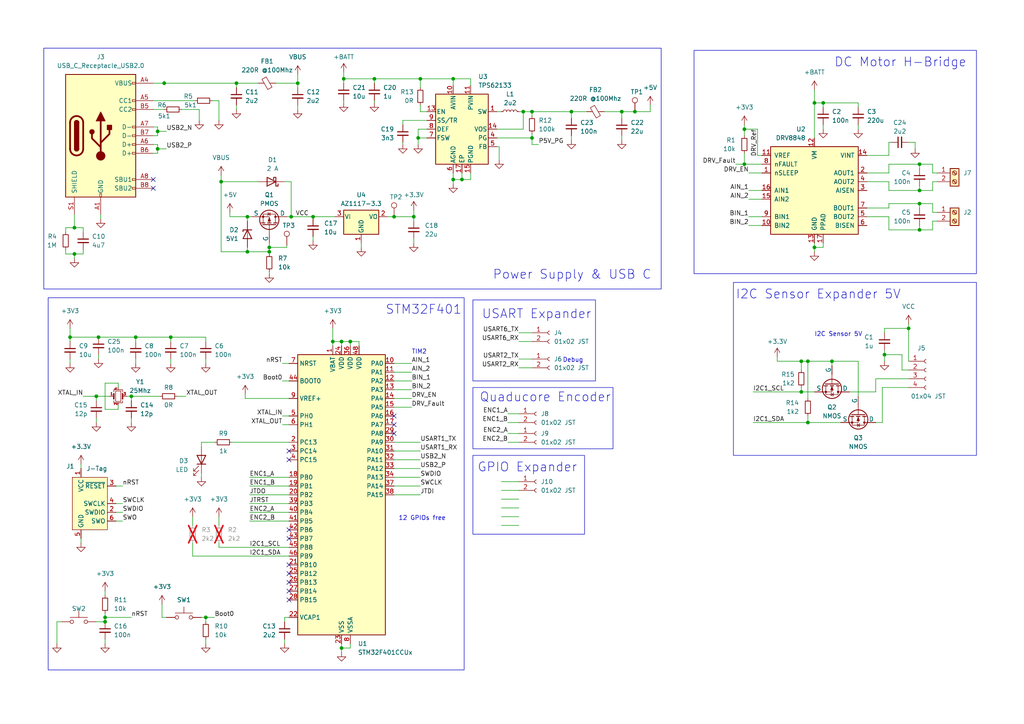
<source format=kicad_sch>
(kicad_sch (version 20230121) (generator eeschema)
  (paper "A4")
  (title_block (title "DC Motor Controller") (date "2023-11-06") (rev "0.1") (company "WROBOTICS"))
  (junction (at 71.755 73.025))
  (junction (at 133.985 52.07))
  (junction (at 256.54 102.87))
  (junction (at 266.7 55.245))
  (junction (at 39.37 97.79))
  (junction (at 263.525 95.25))
  (junction (at 47.625 24.13))
  (junction (at 131.445 22.86))
  (junction (at 45.72 38.1))
  (junction (at 215.9 47.625))
  (junction (at 236.22 71.755))
  (junction (at 78.105 71.755))
  (junction (at 99.695 22.86))
  (junction (at 71.755 62.865))
  (junction (at 234.315 104.775))
  (junction (at 266.7 59.055))
  (junction (at 238.76 29.845))
  (junction (at 236.22 29.845))
  (junction (at 101.6 99.06))
  (junction (at 131.445 52.07))
  (junction (at 96.52 99.06))
  (junction (at 99.06 187.96))
  (junction (at 241.3 104.775))
  (junction (at 30.48 179.07))
  (junction (at 232.41 113.665))
  (junction (at 99.06 99.06))
  (junction (at 90.805 62.865))
  (junction (at 86.36 24.13))
  (junction (at 28.575 97.79))
  (junction (at 78.105 73.025))
  (junction (at 180.34 32.385))
  (junction (at 45.72 43.18))
  (junction (at 84.455 62.865))
  (junction (at 114.3 62.865))
  (junction (at 232.41 104.775))
  (junction (at 20.32 97.79))
  (junction (at 49.53 97.79))
  (junction (at 68.58 24.13))
  (junction (at 121.92 22.86))
  (junction (at 234.315 122.555))
  (junction (at 266.7 47.625))
  (junction (at 27.94 114.935))
  (junction (at 266.7 66.675))
  (junction (at 21.59 66.04))
  (junction (at 120.015 62.865))
  (junction (at 108.585 22.86))
  (junction (at 21.59 73.66))
  (junction (at 184.15 32.385))
  (junction (at 154.305 32.385))
  (junction (at 121.285 40.005))
  (junction (at 59.69 179.07))
  (junction (at 215.9 37.465))
  (junction (at 165.735 32.385))
  (junction (at 38.1 114.935))
  (junction (at 64.135 52.705))
  (junction (at 154.305 40.005))
  (junction (at 30.48 180.34))
  (junction (at 151.765 32.385))
  (no_connect (at 83.82 171.45))
  (no_connect (at 83.82 153.67))
  (no_connect (at 83.82 156.21))
  (no_connect (at 83.82 130.81))
  (no_connect (at 83.82 168.91))
  (no_connect (at 44.45 54.61))
  (no_connect (at 83.82 163.83))
  (no_connect (at 83.82 166.37))
  (no_connect (at 44.45 52.07))
  (no_connect (at 83.82 133.35))
  (no_connect (at 114.3 123.19))
  (no_connect (at 83.82 173.99))
  (no_connect (at 114.3 125.73))
  (no_connect (at 114.3 120.65))
  (wire (pts (xy 68.58 30.48) (xy 68.58 31.75)))
  (wire (pts (xy 114.3 113.03) (xy 119.38 113.03)))
  (wire (pts (xy 114.3 110.49) (xy 119.38 110.49)))
  (wire (pts (xy 255.905 112.395) (xy 263.525 112.395)))
  (wire (pts (xy 188.595 32.385) (xy 184.15 32.385)))
  (wire (pts (xy 63.5 29.21) (xy 63.5 34.925)))
  (wire (pts (xy 99.06 99.06) (xy 101.6 99.06)))
  (wire (pts (xy 45.72 41.91) (xy 45.72 43.18)))
  (wire (pts (xy 104.775 70.485) (xy 104.775 71.755)))
  (wire (pts (xy 58.42 129.54) (xy 58.42 128.27)))
  (wire (pts (xy 255.905 122.555) (xy 255.905 112.395)))
  (wire (pts (xy 34.29 111.125) (xy 30.48 111.125)))
  (wire (pts (xy 49.53 97.79) (xy 49.53 99.06)))
  (wire (pts (xy 116.84 36.195) (xy 116.84 34.925)))
  (wire (pts (xy 20.32 104.14) (xy 20.32 105.41)))
  (wire (pts (xy 180.34 39.37) (xy 180.34 40.64)))
  (wire (pts (xy 101.6 99.06) (xy 101.6 100.33)))
  (wire (pts (xy 114.3 118.11) (xy 119.38 118.11)))
  (wire (pts (xy 51.435 114.935) (xy 53.975 114.935)))
  (wire (pts (xy 34.29 112.395) (xy 34.29 111.125)))
  (wire (pts (xy 86.36 30.48) (xy 86.36 31.75)))
  (wire (pts (xy 257.81 41.275) (xy 257.81 45.085)))
  (wire (pts (xy 82.55 180.34) (xy 82.55 179.07)))
  (wire (pts (xy 116.84 41.275) (xy 116.84 41.91)))
  (wire (pts (xy 270.51 55.245) (xy 270.51 52.705)))
  (wire (pts (xy 151.765 37.465) (xy 151.765 32.385)))
  (wire (pts (xy 175.26 32.385) (xy 180.34 32.385)))
  (wire (pts (xy 20.32 97.79) (xy 28.575 97.79)))
  (wire (pts (xy 131.445 52.07) (xy 131.445 53.34)))
  (wire (pts (xy 257.81 41.275) (xy 258.445 41.275)))
  (wire (pts (xy 44.45 29.21) (xy 56.515 29.21)))
  (wire (pts (xy 121.92 32.385) (xy 121.92 30.48)))
  (wire (pts (xy 90.805 62.865) (xy 97.155 62.865)))
  (wire (pts (xy 180.34 34.29) (xy 180.34 32.385)))
  (wire (pts (xy 71.755 62.865) (xy 71.755 64.135)))
  (wire (pts (xy 45.72 36.83) (xy 45.72 38.1)))
  (wire (pts (xy 136.525 24.765) (xy 136.525 22.86)))
  (wire (pts (xy 114.3 138.43) (xy 121.92 138.43)))
  (wire (pts (xy 44.45 31.75) (xy 47.625 31.75)))
  (wire (pts (xy 16.51 180.34) (xy 17.78 180.34)))
  (wire (pts (xy 238.76 36.195) (xy 238.76 37.465)))
  (wire (pts (xy 251.46 62.865) (xy 257.81 62.865)))
  (wire (pts (xy 23.495 134.62) (xy 23.495 135.89)))
  (wire (pts (xy 217.17 57.785) (xy 220.98 57.785)))
  (wire (pts (xy 213.36 47.625) (xy 215.9 47.625)))
  (wire (pts (xy 44.45 39.37) (xy 45.72 39.37)))
  (wire (pts (xy 58.42 137.16) (xy 58.42 138.43)))
  (wire (pts (xy 28.575 97.79) (xy 39.37 97.79)))
  (wire (pts (xy 133.985 50.165) (xy 133.985 52.07)))
  (wire (pts (xy 217.17 65.405) (xy 220.98 65.405)))
  (wire (pts (xy 150.495 96.52) (xy 154.305 96.52)))
  (wire (pts (xy 19.05 73.66) (xy 21.59 73.66)))
  (wire (pts (xy 30.48 171.45) (xy 30.48 172.72)))
  (wire (pts (xy 248.92 36.195) (xy 248.92 37.465)))
  (wire (pts (xy 257.81 66.675) (xy 266.7 66.675)))
  (wire (pts (xy 215.9 44.45) (xy 215.9 47.625)))
  (wire (pts (xy 114.3 62.865) (xy 120.015 62.865)))
  (wire (pts (xy 101.6 99.06) (xy 104.14 99.06)))
  (wire (pts (xy 144.145 37.465) (xy 151.765 37.465)))
  (wire (pts (xy 86.36 21.59) (xy 86.36 24.13)))
  (wire (pts (xy 154.305 41.91) (xy 156.21 41.91)))
  (wire (pts (xy 150.495 99.06) (xy 154.305 99.06)))
  (wire (pts (xy 44.45 41.91) (xy 45.72 41.91)))
  (wire (pts (xy 21.59 73.66) (xy 24.13 73.66)))
  (wire (pts (xy 81.915 120.65) (xy 83.82 120.65)))
  (wire (pts (xy 72.39 138.43) (xy 83.82 138.43)))
  (wire (pts (xy 78.105 73.025) (xy 71.755 73.025)))
  (wire (pts (xy 236.22 71.755) (xy 238.76 71.755)))
  (wire (pts (xy 99.06 187.96) (xy 99.06 189.23)))
  (wire (pts (xy 251.46 52.705) (xy 257.81 52.705)))
  (wire (pts (xy 154.305 32.385) (xy 154.305 33.655)))
  (wire (pts (xy 29.21 62.23) (xy 29.21 63.5)))
  (wire (pts (xy 131.445 22.86) (xy 131.445 24.765)))
  (wire (pts (xy 59.69 179.07) (xy 62.23 179.07)))
  (wire (pts (xy 64.135 50.8) (xy 64.135 52.705)))
  (wire (pts (xy 241.3 104.775) (xy 241.3 106.045)))
  (wire (pts (xy 257.81 59.055) (xy 257.81 60.325)))
  (wire (pts (xy 225.425 103.505) (xy 225.425 104.775)))
  (wire (pts (xy 246.38 113.665) (xy 254 113.665)))
  (wire (pts (xy 96.52 99.06) (xy 96.52 100.33)))
  (wire (pts (xy 144.145 40.005) (xy 154.305 40.005)))
  (wire (pts (xy 257.81 59.055) (xy 266.7 59.055)))
  (wire (pts (xy 188.595 30.48) (xy 188.595 32.385)))
  (wire (pts (xy 145.415 142.24) (xy 150.495 142.24)))
  (wire (pts (xy 270.51 66.675) (xy 270.51 64.135)))
  (wire (pts (xy 123.825 32.385) (xy 121.92 32.385)))
  (wire (pts (xy 150.495 106.68) (xy 154.305 106.68)))
  (wire (pts (xy 101.6 186.69) (xy 101.6 187.96)))
  (wire (pts (xy 30.48 185.42) (xy 30.48 186.69)))
  (wire (pts (xy 38.1 114.935) (xy 38.1 116.205)))
  (wire (pts (xy 257.81 55.245) (xy 266.7 55.245)))
  (wire (pts (xy 248.92 114.935) (xy 248.92 104.775)))
  (wire (pts (xy 72.39 146.05) (xy 83.82 146.05)))
  (wire (pts (xy 236.22 71.755) (xy 236.22 73.025)))
  (wire (pts (xy 121.92 22.86) (xy 121.92 25.4)))
  (wire (pts (xy 63.5 158.75) (xy 83.82 158.75)))
  (wire (pts (xy 266.7 55.245) (xy 270.51 55.245)))
  (wire (pts (xy 82.55 52.705) (xy 84.455 52.705)))
  (wire (pts (xy 81.915 105.41) (xy 83.82 105.41)))
  (wire (pts (xy 30.48 118.745) (xy 34.29 118.745)))
  (wire (pts (xy 20.32 99.06) (xy 20.32 97.79)))
  (wire (pts (xy 217.17 55.245) (xy 220.98 55.245)))
  (wire (pts (xy 154.305 40.005) (xy 154.305 38.735)))
  (wire (pts (xy 27.94 121.285) (xy 27.94 122.555)))
  (wire (pts (xy 23.495 156.21) (xy 23.495 157.48)))
  (wire (pts (xy 114.3 130.81) (xy 121.92 130.81)))
  (wire (pts (xy 33.655 146.05) (xy 35.56 146.05)))
  (wire (pts (xy 236.22 26.035) (xy 236.22 29.845)))
  (wire (pts (xy 78.105 71.755) (xy 78.105 73.025)))
  (wire (pts (xy 99.695 22.86) (xy 108.585 22.86)))
  (wire (pts (xy 99.06 100.33) (xy 99.06 99.06)))
  (wire (pts (xy 20.32 95.25) (xy 20.32 97.79)))
  (wire (pts (xy 84.455 62.865) (xy 90.805 62.865)))
  (wire (pts (xy 266.7 65.405) (xy 266.7 66.675)))
  (wire (pts (xy 147.32 120.015) (xy 150.495 120.015)))
  (wire (pts (xy 27.94 114.935) (xy 31.75 114.935)))
  (wire (pts (xy 257.81 50.165) (xy 257.81 47.625)))
  (wire (pts (xy 101.6 187.96) (xy 99.06 187.96)))
  (wire (pts (xy 99.695 20.955) (xy 99.695 22.86)))
  (wire (pts (xy 30.48 179.07) (xy 38.1 179.07)))
  (wire (pts (xy 120.015 60.96) (xy 120.015 62.865)))
  (wire (pts (xy 46.99 179.07) (xy 48.26 179.07)))
  (wire (pts (xy 71.12 114.3) (xy 71.12 115.57)))
  (wire (pts (xy 236.22 70.485) (xy 236.22 71.755)))
  (wire (pts (xy 144.145 42.545) (xy 144.78 42.545)))
  (wire (pts (xy 121.285 37.465) (xy 121.285 40.005)))
  (wire (pts (xy 150.495 149.86) (xy 145.415 149.86)))
  (wire (pts (xy 24.13 73.66) (xy 24.13 72.39)))
  (wire (pts (xy 83.185 62.865) (xy 84.455 62.865)))
  (wire (pts (xy 28.575 102.87) (xy 28.575 104.14)))
  (wire (pts (xy 131.445 52.07) (xy 133.985 52.07)))
  (wire (pts (xy 114.3 135.89) (xy 121.92 135.89)))
  (wire (pts (xy 21.59 62.23) (xy 21.59 66.04)))
  (wire (pts (xy 99.06 99.06) (xy 96.52 99.06)))
  (wire (pts (xy 136.525 52.07) (xy 136.525 50.165)))
  (wire (pts (xy 36.83 114.935) (xy 38.1 114.935)))
  (wire (pts (xy 165.735 34.29) (xy 165.735 32.385)))
  (wire (pts (xy 82.55 185.42) (xy 82.55 186.69)))
  (wire (pts (xy 108.585 22.86) (xy 108.585 24.13)))
  (wire (pts (xy 116.84 34.925) (xy 123.825 34.925)))
  (wire (pts (xy 114.3 115.57) (xy 119.38 115.57)))
  (wire (pts (xy 58.42 128.27) (xy 62.23 128.27)))
  (wire (pts (xy 30.48 111.125) (xy 30.48 118.745)))
  (wire (pts (xy 49.53 97.79) (xy 59.69 97.79)))
  (wire (pts (xy 64.135 52.705) (xy 64.135 73.025)))
  (wire (pts (xy 45.72 38.1) (xy 45.72 39.37)))
  (wire (pts (xy 78.105 78.74) (xy 78.105 79.375)))
  (wire (pts (xy 58.42 179.07) (xy 59.69 179.07)))
  (wire (pts (xy 256.54 102.87) (xy 256.54 104.775)))
  (wire (pts (xy 108.585 22.86) (xy 121.92 22.86)))
  (wire (pts (xy 33.655 148.59) (xy 35.56 148.59)))
  (wire (pts (xy 38.1 121.285) (xy 38.1 122.555)))
  (wire (pts (xy 45.72 38.1) (xy 48.26 38.1)))
  (wire (pts (xy 270.51 59.055) (xy 266.7 59.055)))
  (wire (pts (xy 61.595 29.21) (xy 63.5 29.21)))
  (wire (pts (xy 39.37 97.79) (xy 49.53 97.79)))
  (wire (pts (xy 21.59 73.66) (xy 21.59 74.93)))
  (wire (pts (xy 215.9 36.195) (xy 215.9 37.465)))
  (wire (pts (xy 24.13 114.935) (xy 27.94 114.935)))
  (wire (pts (xy 147.32 128.27) (xy 150.495 128.27)))
  (wire (pts (xy 81.915 123.19) (xy 83.82 123.19)))
  (wire (pts (xy 71.755 62.865) (xy 73.025 62.865)))
  (wire (pts (xy 21.59 66.04) (xy 24.13 66.04)))
  (wire (pts (xy 66.675 62.865) (xy 71.755 62.865)))
  (wire (pts (xy 44.45 36.83) (xy 45.72 36.83)))
  (wire (pts (xy 270.51 61.595) (xy 270.51 59.055)))
  (wire (pts (xy 84.455 52.705) (xy 84.455 62.865)))
  (wire (pts (xy 80.01 24.13) (xy 86.36 24.13)))
  (wire (pts (xy 270.51 50.165) (xy 271.78 50.165)))
  (wire (pts (xy 270.51 50.165) (xy 270.51 47.625)))
  (wire (pts (xy 45.72 43.18) (xy 48.26 43.18)))
  (wire (pts (xy 217.17 62.865) (xy 220.98 62.865)))
  (wire (pts (xy 27.94 114.935) (xy 27.94 116.205)))
  (wire (pts (xy 83.185 71.755) (xy 83.185 71.12)))
  (wire (pts (xy 49.53 104.14) (xy 49.53 105.41)))
  (wire (pts (xy 59.69 104.14) (xy 59.69 105.41)))
  (wire (pts (xy 236.22 29.845) (xy 236.22 40.005)))
  (wire (pts (xy 39.37 99.06) (xy 39.37 97.79)))
  (wire (pts (xy 16.51 180.34) (xy 16.51 186.69)))
  (wire (pts (xy 232.41 104.775) (xy 234.315 104.775)))
  (wire (pts (xy 150.495 32.385) (xy 151.765 32.385)))
  (wire (pts (xy 63.5 158.75) (xy 63.5 157.48)))
  (wire (pts (xy 90.805 68.58) (xy 90.805 69.85)))
  (wire (pts (xy 217.17 50.165) (xy 220.98 50.165)))
  (wire (pts (xy 45.72 43.18) (xy 45.72 44.45)))
  (wire (pts (xy 219.71 37.465) (xy 215.9 37.465)))
  (wire (pts (xy 38.1 114.935) (xy 46.355 114.935)))
  (wire (pts (xy 71.755 73.025) (xy 64.135 73.025)))
  (wire (pts (xy 219.71 45.085) (xy 220.98 45.085)))
  (wire (pts (xy 238.76 71.755) (xy 238.76 70.485)))
  (wire (pts (xy 24.13 66.04) (xy 24.13 67.31)))
  (wire (pts (xy 82.55 179.07) (xy 83.82 179.07)))
  (wire (pts (xy 144.78 42.545) (xy 144.78 46.355)))
  (wire (pts (xy 136.525 22.86) (xy 131.445 22.86)))
  (wire (pts (xy 225.425 104.775) (xy 232.41 104.775)))
  (wire (pts (xy 255.905 122.555) (xy 254 122.555)))
  (wire (pts (xy 263.525 93.98) (xy 263.525 95.25)))
  (wire (pts (xy 114.3 143.51) (xy 121.92 143.51)))
  (wire (pts (xy 165.735 32.385) (xy 170.18 32.385)))
  (wire (pts (xy 59.69 97.79) (xy 59.69 99.06)))
  (wire (pts (xy 68.58 24.13) (xy 47.625 24.13)))
  (wire (pts (xy 266.7 66.675) (xy 270.51 66.675)))
  (wire (pts (xy 154.305 41.91) (xy 154.305 40.005)))
  (wire (pts (xy 147.32 122.555) (xy 150.495 122.555)))
  (wire (pts (xy 154.305 32.385) (xy 165.735 32.385)))
  (wire (pts (xy 34.29 117.475) (xy 34.29 118.745)))
  (wire (pts (xy 270.51 52.705) (xy 271.78 52.705)))
  (wire (pts (xy 66.675 61.595) (xy 66.675 62.865)))
  (wire (pts (xy 270.51 47.625) (xy 266.7 47.625)))
  (wire (pts (xy 27.94 180.34) (xy 30.48 180.34)))
  (wire (pts (xy 232.41 112.395) (xy 232.41 113.665)))
  (wire (pts (xy 265.43 41.275) (xy 263.525 41.275)))
  (wire (pts (xy 112.395 62.865) (xy 114.3 62.865)))
  (wire (pts (xy 254 109.855) (xy 263.525 109.855)))
  (wire (pts (xy 254 109.855) (xy 254 113.665)))
  (wire (pts (xy 47.625 24.13) (xy 44.45 24.13)))
  (wire (pts (xy 30.48 177.8) (xy 30.48 179.07)))
  (wire (pts (xy 256.54 95.25) (xy 256.54 96.52)))
  (wire (pts (xy 72.39 143.51) (xy 83.82 143.51)))
  (wire (pts (xy 71.755 71.755) (xy 71.755 73.025)))
  (wire (pts (xy 123.825 37.465) (xy 121.285 37.465)))
  (wire (pts (xy 215.9 37.465) (xy 215.9 39.37)))
  (wire (pts (xy 150.495 104.14) (xy 154.305 104.14)))
  (wire (pts (xy 72.39 148.59) (xy 83.82 148.59)))
  (wire (pts (xy 47.625 23.495) (xy 47.625 24.13)))
  (wire (pts (xy 241.3 104.775) (xy 248.92 104.775)))
  (wire (pts (xy 147.32 125.73) (xy 150.495 125.73)))
  (wire (pts (xy 238.76 29.845) (xy 248.92 29.845)))
  (wire (pts (xy 39.37 104.14) (xy 39.37 105.41)))
  (wire (pts (xy 33.655 140.97) (xy 35.56 140.97)))
  (wire (pts (xy 83.82 110.49) (xy 81.915 110.49)))
  (wire (pts (xy 114.3 133.35) (xy 121.92 133.35)))
  (wire (pts (xy 257.81 52.705) (xy 257.81 55.245)))
  (wire (pts (xy 261.62 107.315) (xy 261.62 102.87)))
  (wire (pts (xy 121.92 22.86) (xy 131.445 22.86)))
  (wire (pts (xy 86.36 24.13) (xy 86.36 25.4)))
  (wire (pts (xy 121.285 40.005) (xy 123.825 40.005)))
  (wire (pts (xy 215.9 47.625) (xy 220.98 47.625)))
  (wire (pts (xy 59.69 185.42) (xy 59.69 186.69)))
  (wire (pts (xy 263.525 107.315) (xy 261.62 107.315)))
  (wire (pts (xy 108.585 29.845) (xy 108.585 29.21)))
  (wire (pts (xy 234.315 104.775) (xy 234.315 115.57)))
  (wire (pts (xy 99.06 186.69) (xy 99.06 187.96)))
  (wire (pts (xy 96.52 95.25) (xy 96.52 99.06)))
  (wire (pts (xy 261.62 102.87) (xy 256.54 102.87)))
  (wire (pts (xy 150.495 139.7) (xy 145.415 139.7)))
  (wire (pts (xy 257.81 47.625) (xy 266.7 47.625)))
  (wire (pts (xy 257.81 62.865) (xy 257.81 66.675)))
  (wire (pts (xy 251.46 50.165) (xy 257.81 50.165)))
  (wire (pts (xy 236.22 29.845) (xy 238.76 29.845)))
  (wire (pts (xy 114.3 107.95) (xy 119.38 107.95)))
  (wire (pts (xy 120.015 62.865) (xy 120.015 64.135)))
  (wire (pts (xy 151.765 32.385) (xy 154.305 32.385)))
  (wire (pts (xy 52.705 31.75) (xy 57.785 31.75)))
  (wire (pts (xy 67.31 128.27) (xy 83.82 128.27)))
  (wire (pts (xy 232.41 113.665) (xy 236.22 113.665)))
  (wire (pts (xy 45.72 44.45) (xy 44.45 44.45)))
  (wire (pts (xy 19.05 67.31) (xy 19.05 66.04)))
  (wire (pts (xy 55.88 161.29) (xy 83.82 161.29)))
  (wire (pts (xy 71.12 115.57) (xy 83.82 115.57)))
  (wire (pts (xy 114.3 128.27) (xy 121.92 128.27)))
  (wire (pts (xy 72.39 140.97) (xy 83.82 140.97)))
  (wire (pts (xy 238.76 29.845) (xy 238.76 31.115)))
  (wire (pts (xy 46.99 175.26) (xy 46.99 179.07)))
  (wire (pts (xy 99.695 24.13) (xy 99.695 22.86)))
  (wire (pts (xy 120.015 69.215) (xy 120.015 70.485)))
  (wire (pts (xy 165.735 39.37) (xy 165.735 40.64)))
  (wire (pts (xy 145.415 147.32) (xy 150.495 147.32)))
  (wire (pts (xy 248.92 31.115) (xy 248.92 29.845)))
  (wire (pts (xy 265.43 43.18) (xy 265.43 41.275)))
  (wire (pts (xy 256.54 101.6) (xy 256.54 102.87)))
  (wire (pts (xy 266.7 59.055) (xy 266.7 60.325)))
  (wire (pts (xy 78.105 73.66) (xy 78.105 73.025)))
  (wire (pts (xy 55.88 157.48) (xy 55.88 161.29)))
  (wire (pts (xy 131.445 50.165) (xy 131.445 52.07)))
  (wire (pts (xy 270.51 61.595) (xy 271.78 61.595)))
  (wire (pts (xy 266.7 53.975) (xy 266.7 55.245)))
  (wire (pts (xy 63.5 149.86) (xy 63.5 152.4)))
  (wire (pts (xy 114.3 140.97) (xy 121.92 140.97)))
  (wire (pts (xy 232.41 104.775) (xy 232.41 107.315)))
  (wire (pts (xy 257.81 45.085) (xy 251.46 45.085)))
  (wire (pts (xy 114.3 105.41) (xy 119.38 105.41)))
  (wire (pts (xy 219.71 37.465) (xy 219.71 45.085)))
  (wire (pts (xy 78.105 71.755) (xy 83.185 71.755)))
  (wire (pts (xy 144.145 32.385) (xy 145.415 32.385)))
  (wire (pts (xy 72.39 151.13) (xy 83.82 151.13)))
  (wire (pts (xy 33.655 151.13) (xy 35.56 151.13)))
  (wire (pts (xy 121.285 40.005) (xy 121.285 41.91)))
  (wire (pts (xy 19.05 72.39) (xy 19.05 73.66)))
  (wire (pts (xy 184.15 32.385) (xy 180.34 32.385)))
  (wire (pts (xy 234.315 120.65) (xy 234.315 122.555)))
  (wire (pts (xy 251.46 60.325) (xy 257.81 60.325)))
  (wire (pts (xy 78.105 70.485) (xy 78.105 71.755)))
  (wire (pts (xy 270.51 64.135) (xy 271.78 64.135)))
  (wire (pts (xy 234.315 104.775) (xy 241.3 104.775)))
  (wire (pts (xy 150.495 144.78) (xy 145.415 144.78)))
  (wire (pts (xy 57.785 31.75) (xy 57.785 34.925)))
  (wire (pts (xy 266.7 47.625) (xy 266.7 48.895)))
  (wire (pts (xy 218.44 113.665) (xy 232.41 113.665)))
  (wire (pts (xy 218.44 122.555) (xy 234.315 122.555)))
  (wire (pts (xy 256.54 95.25) (xy 263.525 95.25)))
  (wire (pts (xy 64.135 52.705) (xy 74.93 52.705)))
  (wire (pts (xy 263.525 95.25) (xy 263.525 104.775)))
  (wire (pts (xy 19.05 66.04) (xy 21.59 66.04)))
  (wire (pts (xy 59.69 179.07) (xy 59.69 180.34)))
  (wire (pts (xy 55.88 149.86) (xy 55.88 152.4)))
  (wire (pts (xy 30.48 179.07) (xy 30.48 180.34)))
  (wire (pts (xy 74.93 24.13) (xy 68.58 24.13)))
  (wire (pts (xy 133.985 52.07) (xy 136.525 52.07)))
  (wire (pts (xy 104.14 99.06) (xy 104.14 100.33)))
  (wire (pts (xy 90.805 62.865) (xy 90.805 63.5)))
  (wire (pts (xy 145.415 152.4) (xy 150.495 152.4)))
  (wire (pts (xy 68.58 24.13) (xy 68.58 25.4)))
  (wire (pts (xy 234.315 122.555) (xy 243.84 122.555)))
  (wire (pts (xy 99.695 29.845) (xy 99.695 29.21)))
  (rectangle (start 137.16 112.395) (end 177.8 130.175))
  (rectangle (start 12.7 13.97) (end 191.77 83.82))
  (rectangle (start 137.16 132.08) (end 169.545 154.94))
  (rectangle (start 201.295 14.605) (end 283.21 79.375))
  (rectangle (start 137.16 86.995) (end 172.72 110.49))
  (rectangle (start 13.97 86.36) (end 134.62 194.31))
  (rectangle (start 212.725 81.915) (end 283.21 132.08))
  (text "I2C Sensor Expander 5V" (at 213.36 86.995 0) (effects (font (size 2.6 2.6)) (justify left bottom)))
  (text "Quaducore Encoder" (at 139.065 116.84 0) (effects (font (size 2.6 2.6)) (justify left bottom)))
  (text "12 GPIOs free" (at 115.57 151.13 0) (effects (font (size 1.27 1.27)) (justify left bottom)))
  (text "USART Expander\n" (at 139.7 92.71 0) (effects (font (size 2.6 2.6)) (justify left bottom)))
  (text "Power Supply & USB C" (at 142.875 81.28 0) (effects (font (size 2.6 2.6)) (justify left bottom)))
  (text "TIM2" (at 119.38 102.87 0) (effects (font (size 1.27 1.27)) (justify left bottom)))
  (text "Debug\n\n" (at 163.195 107.315 0) (effects (font (size 1.27 1.27)) (justify left bottom)))
  (text "DC Motor H-Bridge" (at 241.935 19.685 0) (effects (font (size 2.6 2.6)) (justify left bottom)))
  (text "I2C Sensor 5V\n" (at 236.22 97.79 0) (effects (font (size 1.27 1.27)) (justify left bottom)))
  (text "STM32F401" (at 111.76 91.44 0) (effects (font (size 2.6 2.6)) (justify left bottom)))
  (text "GPIO Expander" (at 138.43 137.16 0) (effects (font (size 2.6 2.6)) (justify left bottom)))
  (label "JTDO" (at 72.39 143.51 0))
  (label "SWDIO" (at 35.56 148.59 0))
  (label "I2C1_SDA" (at 218.44 122.555 0))
  (label "nRST" (at 38.1 179.07 0))
  (label "ENC1_A" (at 72.39 138.43 0))
  (label "ENC2_A" (at 72.39 148.59 0))
  (label "VCC" (at 85.725 62.865 0))
  (label "AIN_2" (at 217.17 57.785 180))
  (label "DRV_EN" (at 119.38 115.57 0))
  (label "BIN_2" (at 217.17 65.405 180))
  (label "USART6_RX" (at 150.495 99.06 180))
  (label "USB2_P" (at 121.92 135.89 0))
  (label "XTAL_IN" (at 24.13 114.935 180))
  (label "ENC1_B" (at 72.39 140.97 0))
  (label "USB2_N" (at 121.92 133.35 0))
  (label "USART2_RX" (at 150.495 106.68 180))
  (label "DRV_EN" (at 217.17 50.165 180))
  (label "Boot0" (at 81.915 110.49 180))
  (label "ENC1_B" (at 147.32 122.555 180))
  (label "nRST" (at 81.915 105.41 180))
  (label "ENC2_B" (at 72.39 151.13 0))
  (label "BIN_1" (at 119.38 110.49 0))
  (label "SWDIO" (at 121.92 138.43 0))
  (label "BIN_1" (at 217.17 62.865 180))
  (label "XTAL_OUT" (at 81.915 123.19 180))
  (label "DRV_Ref" (at 219.71 37.465 270))
  (label "Boot0" (at 62.23 179.07 0))
  (label "ENC2_B" (at 147.32 128.27 180))
  (label "DRV_Fault" (at 119.38 118.11 0))
  (label "ENC1_A" (at 147.32 120.015 180))
  (label "DRV_Fault" (at 213.36 47.625 180))
  (label "I2C1_SDA" (at 72.39 161.29 0))
  (label "ENC2_A" (at 147.32 125.73 180))
  (label "USART2_TX" (at 150.495 104.14 180))
  (label "P5V_PG" (at 156.21 41.91 0))
  (label "I2C1_SCL" (at 218.44 113.665 0))
  (label "USART1_RX" (at 121.92 130.81 0))
  (label "XTAL_OUT" (at 53.975 114.935 0))
  (label "USART6_TX" (at 150.495 96.52 180))
  (label "AIN_2" (at 119.38 107.95 0))
  (label "nRST" (at 35.56 140.97 0))
  (label "SWCLK" (at 35.56 146.05 0))
  (label "XTAL_IN" (at 81.915 120.65 180))
  (label "JTRST" (at 72.39 146.05 0))
  (label "JTDI" (at 121.92 143.51 0))
  (label "SWCLK" (at 121.92 140.97 0))
  (label "BIN_2" (at 119.38 113.03 0))
  (label "I2C1_SCL" (at 72.39 158.75 0))
  (label "AIN_1" (at 119.38 105.41 0))
  (label "USB2_N" (at 48.26 38.1 0))
  (label "SWO" (at 35.56 151.13 0))
  (label "USB2_P" (at 48.26 43.18 0))
  (label "AIN_1" (at 217.17 55.245 180))
  (label "USART1_TX" (at 121.92 128.27 0))
  (symbol (lib_id "power:GND") (at 38.1 122.555 0) (unit 1)
    (property "Reference" "#PWR028" (effects hide))
    (property "Value" "GND" (effects hide))
  )
  (symbol (lib_id "Connector:TestPoint") (at 83.185 71.12 0) (unit 1)
    (property "Reference" "TP3" (at 81.915 65.405 0) (effects (justify left)))
    (property "Value" "TestPoint" (effects hide))
    (property "Footprint" "TestPoint:TestPoint_Pad_D1.0mm" (effects hide))
  )
  (symbol (lib_id "power:GND") (at 27.94 122.555 0) (unit 1)
    (property "Reference" "#PWR027" (effects hide))
    (property "Value" "GND" (effects hide))
  )
  (symbol (lib_id "power:GND") (at 144.78 46.355 0) (unit 1)
    (property "Reference" "#PWR041" (effects hide))
    (property "Value" "GND" (effects hide))
  )
  (symbol (lib_id "power:GND") (at 59.69 105.41 0) (unit 1)
    (property "Reference" "#PWR08" (effects hide))
    (property "Value" "GND" (effects hide))
  )
  (symbol (lib_id "power:GND") (at 82.55 186.69 0) (unit 1)
    (property "Reference" "#PWR026" (effects hide))
    (property "Value" "GND" (effects hide))
  )
  (symbol (lib_id "power:+3V3") (at 30.48 171.45 0) (unit 1)
    (property "Reference" "#PWR035" (effects hide))
    (property "Value" "+3V3" (at 30.48 166.37 0))
  )
  (symbol (lib_id "power:GND") (at 30.48 186.69 0) (unit 1)
    (property "Reference" "#PWR032" (effects hide))
    (property "Value" "GND" (effects hide))
  )
  (symbol (lib_id "power:GND") (at 86.36 31.75 0) (unit 1)
    (property "Reference" "#PWR020" (effects hide))
    (property "Value" "GND" (effects hide))
  )
  (symbol (lib_id "Device:C_Small") (at 120.015 66.675 0) (unit 1)
    (property "Reference" "C18" (at 123.19 65.4113 0) (effects (justify left)))
    (property "Value" "22u" (at 123.19 67.9513 0) (effects (justify left)))
    (property "Footprint" "Capacitor_SMD:C_0402_1005Metric" (effects hide))
  )
  (symbol (lib_id "Device:C_Small") (at 165.735 36.83 0) (unit 1)
    (property "Reference" "C23" (at 168.275 35.5663 0) (effects (justify left)))
    (property "Value" "100n" (at 168.275 38.1063 0) (effects (justify left)))
    (property "Footprint" "Capacitor_SMD:C_0402_1005Metric" (effects hide))
  )
  (symbol (lib_id "power:GND") (at 165.735 40.64 0) (unit 1)
    (property "Reference" "#PWR046" (effects hide))
    (property "Value" "GND" (effects hide))
  )
  (symbol (lib_id "Device:C_Small") (at 39.37 101.6 0) (unit 1)
    (property "Reference" "C8" (at 41.91 100.3363 0) (effects (justify left)))
    (property "Value" "100n" (at 41.91 102.8763 0) (effects (justify left)))
    (property "Footprint" "Capacitor_SMD:C_0402_1005Metric" (effects hide))
  )
  (symbol (lib_id "power:GND") (at 90.805 69.85 0) (unit 1)
    (property "Reference" "#PWR042" (effects hide))
    (property "Value" "GND" (effects hide))
  )
  (symbol (lib_id "power:GND") (at 131.445 53.34 0) (unit 1)
    (property "Reference" "#PWR025" (effects hide))
    (property "Value" "GND" (effects hide))
  )
  (symbol (lib_id "Device:R_Small") (at 48.895 114.935 90) (unit 1)
    (property "Reference" "R8" (at 48.895 112.395 90))
    (property "Value" "0R" (at 48.895 117.475 90))
    (property "Footprint" "Resistor_SMD:R_0402_1005Metric" (effects hide))
  )
  (symbol (lib_id "Switch:SW_Push") (at 22.86 180.34 0) (unit 1)
    (property "Reference" "SW2" (at 22.86 176.53 0))
    (property "Value" "SW_Push" (effects hide))
    (property "Footprint" "Button_Switch_SMD:SW_Push_1P1T_NO_CK_KMR2" (effects hide))
  )
  (symbol (lib_id "Device:C_Small") (at 266.7 51.435 0) (mirror y) (unit 1)
    (property "Reference" "C4" (at 264.16 50.1713 0) (effects (justify left)))
    (property "Value" "100n" (at 264.16 52.7113 0) (effects (justify left)))
    (property "Footprint" "Capacitor_SMD:C_0402_1005Metric" (effects hide))
  )
  (symbol (lib_id "power:GND") (at 39.37 105.41 0) (unit 1)
    (property "Reference" "#PWR010" (effects hide))
    (property "Value" "GND" (effects hide))
  )
  (symbol (lib_id "power:GND") (at 121.285 41.91 0) (unit 1)
    (property "Reference" "#PWR048" (effects hide))
    (property "Value" "GND" (effects hide))
  )
  (symbol (lib_id "Switch:SW_Push") (at 53.34 179.07 0) (unit 1)
    (property "Reference" "SW1" (at 53.34 173.99 0))
    (property "Value" "SW_Push" (effects hide))
    (property "Footprint" "Button_Switch_SMD:SW_Push_1P1T_NO_CK_KMR2" (effects hide))
  )
  (symbol (lib_id "power:+BATT") (at 236.22 26.035 0) (unit 1)
    (property "Reference" "#PWR04" (effects hide))
    (property "Value" "+BATT" (at 236.22 20.955 0))
  )
  (symbol (lib_id "Connector:Conn_01x02_Socket") (at 155.575 120.015 0) (unit 1)
    (property "Reference" "J8" (at 156.845 120.015 0) (effects (justify left)))
    (property "Value" "01x02 JST" (at 156.845 122.555 0) (effects (justify left)))
    (property "Footprint" "Connector_JST:JST_EH_B2B-EH-A_1x02_P2.50mm_Vertical" (effects hide))
  )
  (symbol (lib_id "Device:C_Small") (at 20.32 101.6 0) (unit 1)
    (property "Reference" "C9" (at 22.86 100.3363 0) (effects (justify left)))
    (property "Value" "10u" (at 22.86 102.8763 0) (effects (justify left)))
    (property "Footprint" "Capacitor_SMD:C_0402_1005Metric" (effects hide))
  )
  (symbol (lib_id "Device:C_Small") (at 238.76 33.655 0) (unit 1)
    (property "Reference" "C2" (at 241.3 32.3913 0) (effects (justify left)))
    (property "Value" "100n" (at 241.3 34.9313 0) (effects (justify left)))
    (property "Footprint" "Capacitor_SMD:C_0402_1005Metric" (effects hide))
  )
  (symbol (lib_id "Device:C_Small") (at 27.94 118.745 0) (mirror y) (unit 1)
    (property "Reference" "C15" (at 25.4 117.4813 0) (effects (justify left)))
    (property "Value" "12p" (at 25.4 120.0213 0) (effects (justify left)))
    (property "Footprint" "Capacitor_SMD:C_0402_1005Metric" (effects hide))
  )
  (symbol (lib_id "Connector:Screw_Terminal_01x02") (at 276.86 50.165 0) (unit 1)
    (property "Reference" "J7" (at 279.4 50.165 0) (effects (justify left)))
    (property "Value" "Screw_Terminal_01x02" (effects hide))
    (property "Footprint" "Connector_PinHeader_2.54mm:PinHeader_1x02_P2.54mm_Horizontal" (effects hide))
  )
  (symbol (lib_id "Device:C_Small") (at 59.69 101.6 0) (unit 1)
    (property "Reference" "C6" (at 62.23 100.3363 0) (effects (justify left)))
    (property "Value" "100n" (at 62.23 102.8763 0) (effects (justify left)))
    (property "Footprint" "Capacitor_SMD:C_0402_1005Metric" (effects hide))
  )
  (symbol (lib_id "power:VBUS") (at 64.135 50.8 0) (unit 1)
    (property "Reference" "#PWR022" (effects hide))
    (property "Value" "VBUS" (at 64.135 45.72 0))
  )
  (symbol (lib_id "Connector:Conn_01x04_Socket") (at 268.605 107.315 0) (unit 1)
    (property "Reference" "J5" (at 266.065 100.965 0) (effects (justify left)))
    (property "Value" "01x04 JST" (at 264.16 114.935 0) (effects (justify left)))
    (property "Footprint" "Connector_JST:JST_EH_B4B-EH-A_1x04_P2.50mm_Vertical" (effects hide))
  )
  (symbol (lib_id "Device:R_Small") (at 59.69 182.88 180) (unit 1)
    (property "Reference" "R10" (at 62.23 181.61 0) (effects (justify right)))
    (property "Value" "10k" (at 62.23 184.15 0) (effects (justify right)))
    (property "Footprint" "Resistor_SMD:R_0402_1005Metric" (effects hide))
  )
  (symbol (lib_id "power:GND") (at 23.495 157.48 0) (unit 1)
    (property "Reference" "#PWR038" (effects hide))
    (property "Value" "GND" (effects hide))
  )
  (symbol (lib_id "Device:C_Small") (at 24.13 69.85 0) (unit 1)
    (property "Reference" "C10" (at 26.67 68.5863 0) (effects (justify left)))
    (property "Value" "4u7" (at 26.67 71.1263 0) (effects (justify left)))
    (property "Footprint" "Capacitor_SMD:C_0402_1005Metric" (effects hide))
  )
  (symbol (lib_id "Device:L_Small") (at 147.955 32.385 90) (unit 1)
    (property "Reference" "L1" (at 147.955 27.305 90))
    (property "Value" "2u2" (at 147.955 29.845 90))
    (property "Footprint" "Inductor_SMD:L_0805_2012Metric" (effects hide))
  )
  (symbol (lib_id "Simulation_SPICE:PMOS") (at 78.105 65.405 270) (mirror x) (unit 1)
    (property "Reference" "Q1" (at 78.105 56.515 90))
    (property "Value" "PMOS" (at 78.105 59.055 90))
    (property "Footprint" "Package_TO_SOT_SMD:SOT-23-3" (effects hide))
    (property "Datasheet" "https://ngspice.sourceforge.io/docs/ngspice-manual.pdf" (effects hide))
    (property "Sim.Device" "PMOS" (effects hide))
    (property "Sim.Type" "VDMOS" (effects hide))
    (property "Sim.Pins" "1=D 2=G 3=S" (effects hide))
  )
  (symbol (lib_id "Driver_Motor:DRV8848") (at 236.22 55.245 0) (unit 1)
    (property "Reference" "U2" (at 233.68 37.465 0) (effects (justify right)))
    (property "Value" "DRV8848" (at 233.68 40.005 0) (effects (justify right)))
    (property "Footprint" "Package_SO:TSSOP-16-1EP_4.4x5mm_P0.65mm" (effects hide))
    (property "Datasheet" "http://www.ti.com/lit/ds/symlink/drv8848.pdf" (effects hide))
  )
  (symbol (lib_id "Device:R_Small") (at 64.77 128.27 90) (unit 1)
    (property "Reference" "R9" (at 64.77 125.73 90))
    (property "Value" "1k" (at 64.77 130.81 90))
    (property "Footprint" "Resistor_SMD:R_0402_1005Metric" (effects hide))
  )
  (symbol (lib_id "power:VCC") (at 263.525 93.98 0) (unit 1)
    (property "Reference" "#PWR054" (effects hide))
    (property "Value" "VCC" (at 263.525 88.9 0))
  )
  (symbol (lib_id "power:+3V3") (at 46.99 175.26 0) (unit 1)
    (property "Reference" "#PWR034" (effects hide))
    (property "Value" "+3V3" (at 46.99 170.18 0))
  )
  (symbol (lib_id "Connector:TestPoint") (at 114.3 62.865 0) (unit 1)
    (property "Reference" "TP2" (at 113.03 57.15 0) (effects (justify left)))
    (property "Value" "TestPoint" (effects hide))
    (property "Footprint" "TestPoint:TestPoint_Pad_D1.0mm" (effects hide))
  )
  (symbol (lib_id "power:+5V") (at 188.595 30.48 0) (unit 1)
    (property "Reference" "#PWR047" (effects hide))
    (property "Value" "+5V" (at 188.595 25.4 0))
  )
  (symbol (lib_id "Device:C_Small") (at 266.7 62.865 0) (mirror y) (unit 1)
    (property "Reference" "C5" (at 264.16 61.6013 0) (effects (justify left)))
    (property "Value" "100n" (at 264.16 64.1413 0) (effects (justify left)))
    (property "Footprint" "Capacitor_SMD:C_0402_1005Metric" (effects hide))
  )
  (symbol (lib_id "power:GND") (at 120.015 70.485 0) (unit 1)
    (property "Reference" "#PWR043" (effects hide))
    (property "Value" "GND" (effects hide))
  )
  (symbol (lib_id "Device:C_Small") (at 180.34 36.83 0) (unit 1)
    (property "Reference" "C22" (at 182.88 35.5663 0) (effects (justify left)))
    (property "Value" "22u" (at 182.88 38.1063 0) (effects (justify left)))
    (property "Footprint" "Capacitor_SMD:C_0402_1005Metric" (effects hide))
  )
  (symbol (lib_id "power:GND") (at 248.92 37.465 0) (unit 1)
    (property "Reference" "#PWR05" (effects hide))
    (property "Value" "GND" (effects hide))
  )
  (symbol (lib_id "power:GND") (at 29.21 63.5 0) (unit 1)
    (property "Reference" "#PWR016" (effects hide))
    (property "Value" "GND" (effects hide))
  )
  (symbol (lib_id "Connector:Screw_Terminal_01x02") (at 276.86 61.595 0) (unit 1)
    (property "Reference" "J2" (at 279.4 61.595 0) (effects (justify left)))
    (property "Value" "Screw_Terminal_01x02" (effects hide))
    (property "Footprint" "Connector_PinHeader_2.54mm:PinHeader_1x02_P2.54mm_Horizontal" (effects hide))
  )
  (symbol (lib_id "Connector:Conn_01x02_Socket") (at 159.385 96.52 0) (unit 1)
    (property "Reference" "J4" (at 160.655 96.52 0) (effects (justify left)))
    (property "Value" "01x02 JST" (at 160.655 99.06 0) (effects (justify left)))
    (property "Footprint" "Connector_JST:JST_EH_B2B-EH-A_1x02_P2.50mm_Vertical" (effects hide))
  )
  (symbol (lib_id "power:+3.3V") (at 225.425 103.505 0) (unit 1)
    (property "Reference" "#PWR01" (effects hide))
    (property "Value" "+3.3V" (at 225.425 99.06 0))
  )
  (symbol (lib_id "Device:C_Small") (at 90.805 66.04 0) (unit 1)
    (property "Reference" "C17" (at 93.98 64.7763 0) (effects (justify left)))
    (property "Value" "10u" (at 93.98 67.3163 0) (effects (justify left)))
    (property "Footprint" "Capacitor_SMD:C_0402_1005Metric" (effects hide))
  )
  (symbol (lib_id "Connector:Conn_ARM_SWD_TagConnect_TC2030") (at 26.035 146.05 0) (unit 1) (in_bom no)
    (property "Reference" "J1" (at 21.59 135.255 0) (effects (justify right)))
    (property "Value" "J-Tag" (at 31.115 135.89 0) (effects (justify right)))
    (property "Footprint" "Connector:Tag-Connect_TC2030-IDC-FP_2x03_P1.27mm_Vertical" (effects hide))
    (property "Datasheet" "https://www.tag-connect.com/wp-content/uploads/bsk-pdf-manager/TC2030-CTX_1.pdf" (effects hide))
  )
  (symbol (lib_id "power:VBUS") (at 86.36 21.59 0) (unit 1)
    (property "Reference" "#PWR017" (effects hide))
    (property "Value" "VBUS" (at 86.36 16.51 0))
  )
  (symbol (lib_id "power:+3V3") (at 63.5 149.86 0) (unit 1)
    (property "Reference" "#PWR013" (effects hide))
    (property "Value" "+3V3" (at 63.5 144.78 0))
  )
  (symbol (lib_id "Device:R_Small") (at 234.315 118.11 0) (unit 1)
    (property "Reference" "R14" (at 231.775 116.84 0) (effects (justify right)))
    (property "Value" "1k2" (at 231.775 119.38 0) (effects (justify right)))
    (property "Footprint" "Resistor_SMD:R_0402_1005Metric" (effects hide))
  )
  (symbol (lib_id "Device:FerriteBead_Small") (at 172.72 32.385 90) (mirror x) (unit 1)
    (property "Reference" "FB2" (at 172.72 26.035 90))
    (property "Value" "220R @100Mhz" (at 172.72 28.575 90))
    (property "Footprint" "Inductor_SMD:L_0402_1005Metric" (effects hide))
  )
  (symbol (lib_id "power:GND") (at 108.585 29.845 0) (unit 1)
    (property "Reference" "#PWR051" (effects hide))
    (property "Value" "GND" (effects hide))
  )
  (symbol (lib_id "power:GND") (at 68.58 31.75 0) (unit 1)
    (property "Reference" "#PWR021" (effects hide))
    (property "Value" "GND" (effects hide))
  )
  (symbol (lib_id "power:+3.3V") (at 23.495 134.62 0) (unit 1)
    (property "Reference" "#PWR039" (effects hide))
    (property "Value" "+3.3V" (at 23.495 129.54 0))
  )
  (symbol (lib_id "power:GND") (at 99.06 189.23 0) (unit 1)
    (property "Reference" "#PWR07" (effects hide))
    (property "Value" "GND" (effects hide))
  )
  (symbol (lib_id "Simulation_SPICE:NMOS") (at 248.92 120.015 270) (unit 1)
    (property "Reference" "Q3" (at 248.92 127 90))
    (property "Value" "NMOS" (at 248.92 129.54 90))
    (property "Footprint" "Package_TO_SOT_SMD:SOT-23-3" (effects hide))
    (property "Datasheet" "https://ngspice.sourceforge.io/docs/ngspice-manual.pdf" (effects hide))
    (property "Sim.Device" "NMOS" (effects hide))
    (property "Sim.Type" "VDMOS" (effects hide))
    (property "Sim.Pins" "1=D 2=G 3=S" (effects hide))
  )
  (symbol (lib_id "Connector:Conn_01x02_Socket") (at 159.385 104.14 0) (unit 1)
    (property "Reference" "J6" (at 160.655 104.14 0) (effects (justify left)))
    (property "Value" "01x02 JST" (at 160.655 106.68 0) (effects (justify left)))
    (property "Footprint" "Connector_JST:JST_EH_B2B-EH-A_1x02_P2.50mm_Vertical" (effects hide))
  )
  (symbol (lib_id "power:+3V3") (at 96.52 95.25 0) (unit 1)
    (property "Reference" "#PWR030" (effects hide))
    (property "Value" "+3V3" (at 96.52 90.17 0))
  )
  (symbol (lib_id "Device:C_Small") (at 38.1 118.745 0) (unit 1)
    (property "Reference" "C14" (at 40.64 117.4813 0) (effects (justify left)))
    (property "Value" "12p" (at 40.64 120.0213 0) (effects (justify left)))
    (property "Footprint" "Capacitor_SMD:C_0402_1005Metric" (effects hide))
  )
  (symbol (lib_id "power:+BATT") (at 99.695 20.955 0) (unit 1)
    (property "Reference" "#PWR049" (effects hide))
    (property "Value" "+BATT" (at 99.695 16.51 0))
  )
  (symbol (lib_id "Device:C_Small") (at 108.585 26.67 0) (unit 1)
    (property "Reference" "C20" (at 111.125 25.4063 0) (effects (justify left)))
    (property "Value" "1u" (at 111.125 27.9463 0) (effects (justify left)))
    (property "Footprint" "Capacitor_SMD:C_0402_1005Metric" (effects hide))
  )
  (symbol (lib_id "Device:C_Small") (at 99.695 26.67 0) (unit 1)
    (property "Reference" "C21" (at 102.235 25.4063 0) (effects (justify left)))
    (property "Value" "10u" (at 102.235 27.9463 0) (effects (justify left)))
    (property "Footprint" "Capacitor_SMD:C_0402_1005Metric" (effects hide))
  )
  (symbol (lib_id "Device:C_Small") (at 256.54 99.06 0) (mirror y) (unit 1)
    (property "Reference" "C1" (at 253.365 97.7963 0) (effects (justify left)))
    (property "Value" "1u" (at 253.365 100.3363 0) (effects (justify left)))
    (property "Footprint" "Capacitor_SMD:C_0402_1005Metric" (effects hide))
  )
  (symbol (lib_id "power:GND") (at 63.5 34.925 0) (unit 1)
    (property "Reference" "#PWR018" (effects hide))
    (property "Value" "GND" (effects hide))
  )
  (symbol (lib_id "Connector:Conn_01x02_Socket") (at 155.575 125.73 0) (unit 1)
    (property "Reference" "J9" (at 156.845 125.73 0) (effects (justify left)))
    (property "Value" "01x02 JST" (at 156.845 128.27 0) (effects (justify left)))
    (property "Footprint" "Connector_JST:JST_EH_B2B-EH-A_1x02_P2.50mm_Vertical" (effects hide))
  )
  (symbol (lib_id "Device:R_Small") (at 78.105 76.2 0) (unit 1)
    (property "Reference" "R7" (at 80.645 74.93 0) (effects (justify left)))
    (property "Value" "10k" (at 80.645 77.47 0) (effects (justify left)))
    (property "Footprint" "Resistor_SMD:R_0402_1005Metric" (effects hide))
  )
  (symbol (lib_id "power:+3V3") (at 55.88 149.86 0) (unit 1)
    (property "Reference" "#PWR012" (effects hide))
    (property "Value" "+3V3" (at 55.88 144.78 0))
  )
  (symbol (lib_id "power:GND") (at 58.42 138.43 0) (unit 1)
    (property "Reference" "#PWR029" (effects hide))
    (property "Value" "GND" (effects hide))
  )
  (symbol (lib_id "Device:R_Small") (at 154.305 36.195 0) (unit 1)
    (property "Reference" "R12" (at 156.21 34.925 0) (effects (justify left)))
    (property "Value" "100k" (at 156.21 37.465 0) (effects (justify left)))
    (property "Footprint" "Resistor_SMD:R_0402_1005Metric" (effects hide))
  )
  (symbol (lib_id "Regulator_Switching:TPS62133") (at 133.985 37.465 0) (unit 1)
    (property "Reference" "U3" (at 138.7191 22.225 0) (effects (justify left)))
    (property "Value" "TPS62133" (at 138.7191 24.765 0) (effects (justify left)))
    (property "Footprint" "Package_DFN_QFN:VQFN-16-1EP_3x3mm_P0.5mm_EP1.68x1.68mm_ThermalVias" (effects hide))
    (property "Datasheet" "http://www.ti.com/lit/ds/symlink/tps62130.pdf" (effects hide))
  )
  (symbol (lib_id "MCU_ST_STM32F4:STM32F401CCUx") (at 99.06 143.51 0) (unit 1)
    (property "Reference" "U1" (at 103.7941 186.69 0) (effects (justify left)))
    (property "Value" "STM32F401CCUx" (at 103.7941 189.23 0) (effects (justify left)))
    (property "Footprint" "Package_DFN_QFN:QFN-48-1EP_7x7mm_P0.5mm_EP5.6x5.6mm" (effects hide))
    (property "Datasheet" "https://www.st.com/resource/en/datasheet/stm32f401cc.pdf" (effects hide))
  )
  (symbol (lib_id "Connector:Conn_01x02_Socket") (at 155.575 139.7 0) (unit 1)
    (property "Reference" "J10" (at 156.845 139.7 0) (effects (justify left)))
    (property "Value" "01x02 JST" (at 156.845 142.24 0) (effects (justify left)))
    (property "Footprint" "Connector_JST:JST_EH_B2B-EH-A_1x02_P2.50mm_Vertical" (effects hide))
  )
  (symbol (lib_id "Device:R_Small") (at 19.05 69.85 0) (mirror y) (unit 1)
    (property "Reference" "R4" (at 16.51 68.58 0) (effects (justify left)))
    (property "Value" "1M" (at 16.51 71.12 0) (effects (justify left)))
    (property "Footprint" "Resistor_SMD:R_0402_1005Metric" (effects hide))
  )
  (symbol (lib_id "power:GND") (at 59.69 186.69 0) (unit 1)
    (property "Reference" "#PWR031" (effects hide))
    (property "Value" "GND" (effects hide))
  )
  (symbol (lib_id "Device:FerriteBead_Small") (at 77.47 24.13 90) (mirror x) (unit 1)
    (property "Reference" "FB1" (at 77.47 17.78 90))
    (property "Value" "220R @100Mhz" (at 77.47 20.32 90))
    (property "Footprint" "Inductor_SMD:L_0402_1005Metric" (effects hide))
  )
  (symbol (lib_id "Device:R_Small") (at 232.41 109.855 0) (unit 1)
    (property "Reference" "R15" (at 230.505 108.585 0) (effects (justify right)))
    (property "Value" "1k2" (at 230.505 111.125 0) (effects (justify right)))
    (property "Footprint" "Resistor_SMD:R_0402_1005Metric" (effects hide))
  )
  (symbol (lib_id "power:GND") (at 78.105 79.375 0) (unit 1)
    (property "Reference" "#PWR023" (effects hide))
    (property "Value" "GND" (effects hide))
  )
  (symbol (lib_id "Simulation_SPICE:NMOS") (at 241.3 111.125 270) (unit 1)
    (property "Reference" "Q2" (at 241.3 118.11 90))
    (property "Value" "NMOS" (at 241.3 120.65 90))
    (property "Footprint" "Package_TO_SOT_SMD:SOT-23-3" (effects hide))
    (property "Datasheet" "https://ngspice.sourceforge.io/docs/ngspice-manual.pdf" (effects hide))
    (property "Sim.Device" "NMOS" (effects hide))
    (property "Sim.Type" "VDMOS" (effects hide))
    (property "Sim.Pins" "1=D 2=G 3=S" (effects hide))
  )
  (symbol (lib_id "power:+5V") (at 66.675 61.595 0) (unit 1)
    (property "Reference" "#PWR024" (effects hide))
    (property "Value" "+5V" (at 66.675 56.515 0))
  )
  (symbol (lib_id "power:GND") (at 21.59 74.93 0) (unit 1)
    (property "Reference" "#PWR015" (effects hide))
    (property "Value" "GND" (effects hide))
  )
  (symbol (lib_id "power:GND") (at 57.785 34.925 0) (unit 1)
    (property "Reference" "#PWR019" (effects hide))
    (property "Value" "GND" (effects hide))
  )
  (symbol (lib_id "Device:C_Small") (at 30.48 182.88 0) (unit 1)
    (property "Reference" "C16" (at 33.02 181.6163 0) (effects (justify left)))
    (property "Value" "100n" (at 33.02 184.1563 0) (effects (justify left)))
    (property "Footprint" "Capacitor_SMD:C_0402_1005Metric" (effects hide))
  )
  (symbol (lib_id "Connector:USB_C_Receptacle_USB2.0") (at 29.21 39.37 0) (unit 1)
    (property "Reference" "J3" (at 29.21 16.51 0))
    (property "Value" "USB_C_Receptacle_USB2.0" (at 29.21 19.05 0))
    (property "Footprint" "Connector_USB:USB_C_Receptacle_XKB_U262-16XN-4BVC11" (effects hide))
    (property "Datasheet" "https://www.usb.org/sites/default/files/documents/usb_type-c.zip" (effects hide))
  )
  (symbol (lib_id "power:GND") (at 28.575 104.14 0) (unit 1)
    (property "Reference" "#PWR055" (effects hide))
    (property "Value" "GND" (effects hide))
  )
  (symbol (lib_id "Device:C_Small") (at 49.53 101.6 0) (unit 1)
    (property "Reference" "C7" (at 52.07 100.3363 0) (effects (justify left)))
    (property "Value" "100n" (at 52.07 102.8763 0) (effects (justify left)))
    (property "Footprint" "Capacitor_SMD:C_0402_1005Metric" (effects hide))
  )
  (symbol (lib_id "power:+3V3") (at 20.32 95.25 0) (unit 1)
    (property "Reference" "#PWR014" (effects hide))
    (property "Value" "+3V3" (at 20.32 90.17 0))
  )
  (symbol (lib_id "power:GND") (at 16.51 186.69 0) (unit 1)
    (property "Reference" "#PWR033" (effects hide))
    (property "Value" "GND" (effects hide))
  )
  (symbol (lib_id "Device:C_Small") (at 248.92 33.655 0) (unit 1)
    (property "Reference" "C3" (at 251.46 32.3913 0) (effects (justify left)))
    (property "Value" "220u" (at 251.46 34.9313 0) (effects (justify left)))
    (property "Footprint" "Capacitor_SMD:C_0402_1005Metric" (effects hide))
  )
  (symbol (lib_id "power:GND") (at 20.32 105.41 0) (unit 1)
    (property "Reference" "#PWR011" (effects hide))
    (property "Value" "GND" (effects hide))
  )
  (symbol (lib_id "Device:C_Small") (at 82.55 182.88 0) (unit 1)
    (property "Reference" "C13" (at 80.01 181.6163 0) (effects (justify right)))
    (property "Value" "2u2" (at 80.01 184.1563 0) (effects (justify right)))
    (property "Footprint" "Capacitor_SMD:C_0402_1005Metric" (effects hide))
  )
  (symbol (lib_id "Device:C_Small") (at 260.985 41.275 90) (unit 1)
    (property "Reference" "C24" (at 260.985 35.56 90))
    (property "Value" "2u2" (at 260.985 38.1 90))
    (property "Footprint" "Capacitor_SMD:C_0402_1005Metric" (effects hide))
  )
  (symbol (lib_id "Device:D_Schottky") (at 78.74 52.705 180) (unit 1)
    (property "Reference" "D1" (at 79.0575 46.355 0))
    (property "Value" "2 A" (at 79.0575 48.895 0))
    (property "Footprint" "Diode_SMD:D_0603_1608Metric" (effects hide))
  )
  (symbol (lib_id "power:GND") (at 116.84 41.91 0) (unit 1)
    (property "Reference" "#PWR052" (effects hide))
    (property "Value" "GND" (effects hide))
  )
  (symbol (lib_id "power:GND") (at 99.695 29.845 0) (unit 1)
    (property "Reference" "#PWR050" (effects hide))
    (property "Value" "GND" (effects hide))
  )
  (symbol (lib_id "Device:LED") (at 58.42 133.35 270) (mirror x) (unit 1)
    (property "Reference" "D3" (at 54.61 133.6675 90) (effects (justify right)))
    (property "Value" "LED" (at 54.61 136.2075 90) (effects (justify right)))
    (property "Footprint" "Diode_SMD:D_0402_1005Metric" (effects hide))
  )
  (symbol (lib_id "Device:R_Small") (at 215.9 41.91 0) (mirror y) (unit 1)
    (property "Reference" "R1" (at 213.36 40.64 0) (effects (justify left)))
    (property "Value" "10k" (at 213.36 43.18 0) (effects (justify left)))
    (property "Footprint" "Resistor_SMD:R_0402_1005Metric" (effects hide))
  )
  (symbol (lib_id "power:+3V3") (at 215.9 36.195 0) (unit 1)
    (property "Reference" "#PWR037" (effects hide))
    (property "Value" "+3V3" (at 215.9 31.115 0))
  )
  (symbol (lib_id "power:GND") (at 236.22 73.025 0) (unit 1)
    (property "Reference" "#PWR03" (effects hide))
    (property "Value" "GND" (effects hide))
  )
  (symbol (lib_id "Connector:TestPoint") (at 184.15 32.385 0) (unit 1)
    (property "Reference" "TP1" (at 182.88 26.67 0) (effects (justify left)))
    (property "Value" "TestPoint" (effects hide))
    (property "Footprint" "TestPoint:TestPoint_Pad_D1.0mm" (effects hide))
  )
  (symbol (lib_id "power:GND") (at 180.34 40.64 0) (unit 1)
    (property "Reference" "#PWR045" (effects hide))
    (property "Value" "GND" (effects hide))
  )
  (symbol (lib_id "power:+3.3V") (at 120.015 60.96 0) (unit 1)
    (property "Reference" "#PWR044" (effects hide))
    (property "Value" "+3.3V" (at 120.015 56.515 0))
  )
  (symbol (lib_id "power:GND") (at 49.53 105.41 0) (unit 1)
    (property "Reference" "#PWR09" (effects hide))
    (property "Value" "GND" (effects hide))
  )
  (symbol (lib_id "Device:C_Small") (at 116.84 38.735 0) (mirror y) (unit 1)
    (property "Reference" "C19" (at 114.3 37.4713 0) (effects (justify left)))
    (property "Value" "3n3" (at 114.3 40.0113 0) (effects (justify left)))
    (property "Footprint" "Capacitor_SMD:C_0402_1005Metric" (effects hide))
  )
  (symbol (lib_id "Device:R_Small") (at 50.165 31.75 90) (unit 1)
    (property "Reference" "R6" (at 46.99 30.48 90))
    (property "Value" "5k1" (at 47.625 33.655 90))
    (property "Footprint" "Resistor_SMD:R_0402_1005Metric" (effects hide))
  )
  (symbol (lib_id "Device:Crystal_GND24_Small") (at 34.29 114.935 0) (unit 1)
    (property "Reference" "Y1" (at 40.64 110.7441 0))
    (property "Value" "25Mhz" (at 40.64 113.2841 0))
    (property "Footprint" "Crystal:Crystal_SMD_0603-4Pin_6.0x3.5mm" (effects hide))
  )
  (symbol (lib_id "Device:D_Zener") (at 71.755 67.945 90) (mirror x) (unit 1)
    (property "Reference" "D2" (at 69.215 66.675 90) (effects (justify left)))
    (property "Value" "5V1" (at 69.215 69.215 90) (effects (justify left)))
    (property "Footprint" "Diode_SMD:D_0402_1005Metric" (effects hide))
  )
  (symbol (lib_id "Device:C_Small") (at 86.36 27.94 0) (unit 1)
    (property "Reference" "C12" (at 88.9 26.6763 0) (effects (justify left)))
    (property "Value" "2u2" (at 88.9 29.2163 0) (effects (justify left)))
    (property "Footprint" "Capacitor_SMD:C_0402_1005Metric" (effects hide))
  )
  (symbol (lib_id "power:GND") (at 104.775 71.755 0) (unit 1)
    (property "Reference" "#PWR040" (effects hide))
    (property "Value" "GND" (effects hide))
  )
  (symbol (lib_id "power:GND") (at 238.76 37.465 0) (unit 1)
    (property "Reference" "#PWR06" (effects hide))
    (property "Value" "GND" (effects hide))
  )
  (symbol (lib_id "Device:R_Small") (at 30.48 175.26 180) (unit 1)
    (property "Reference" "R11" (at 33.02 173.99 0) (effects (justify right)))
    (property "Value" "10k" (at 33.02 176.53 0) (effects (justify right)))
    (property "Footprint" "Resistor_SMD:R_0402_1005Metric" (effects hide))
  )
  (symbol (lib_id "power:+3V3") (at 71.12 114.3 0) (unit 1)
    (property "Reference" "#PWR036" (effects hide))
    (property "Value" "+3V3" (at 71.12 109.22 0))
  )
  (symbol (lib_id "power:GND") (at 256.54 104.775 0) (unit 1)
    (property "Reference" "#PWR02" (effects hide))
    (property "Value" "GND" (effects hide))
  )
  (symbol (lib_id "power:GND") (at 265.43 43.18 0) (unit 1)
    (property "Reference" "#PWR053" (effects hide))
    (property "Value" "GND" (effects hide))
  )
  (symbol (lib_id "Device:R_Small") (at 63.5 154.94 0) (unit 1) (dnp yes)
    (property "Reference" "R2" (at 66.04 153.67 0) (effects (justify left)))
    (property "Value" "2k2" (at 66.04 156.21 0) (effects (justify left)))
    (property "Footprint" "Resistor_SMD:R_0402_1005Metric" (effects hide))
  )
  (symbol (lib_id "Device:C_Small") (at 68.58 27.94 0) (mirror y) (unit 1)
    (property "Reference" "C11" (at 71.12 26.6763 0) (effects (justify right)))
    (property "Value" "2u2" (at 71.12 29.2163 0) (effects (justify right)))
    (property "Footprint" "Capacitor_SMD:C_0402_1005Metric" (effects hide))
  )
  (symbol (lib_id "Regulator_Linear:AZ1117-3.3") (at 104.775 62.865 0) (unit 1)
    (property "Reference" "U4" (at 104.775 56.515 0))
    (property "Value" "AZ1117-3.3" (at 104.775 59.055 0))
    (property "Footprint" "Package_TO_SOT_SMD:SOT-223-3_TabPin2" (effects hide))
    (property "Datasheet" "https://www.diodes.com/assets/Datasheets/AZ1117.pdf" (effects hide))
  )
  (symbol (lib_id "Device:R_Small") (at 59.055 29.21 90) (unit 1)
    (property "Reference" "R5" (at 54.61 27.94 90))
    (property "Value" "5k1" (at 55.245 30.48 90))
    (property "Footprint" "Resistor_SMD:R_0402_1005Metric" (effects hide))
  )
  (symbol (lib_id "Device:R_Small") (at 55.88 154.94 0) (unit 1) (dnp yes)
    (property "Reference" "R3" (at 58.42 153.67 0) (effects (justify left)))
    (property "Value" "2k2" (at 58.42 156.21 0) (effects (justify left)))
    (property "Footprint" "Resistor_SMD:R_0402_1005Metric" (effects hide))
  )
  (symbol (lib_id "Device:R_Small") (at 121.92 27.94 0) (mirror y) (unit 1)
    (property "Reference" "R13" (at 120.015 26.67 0) (effects (justify left)))
    (property "Value" "0R" (at 120.015 29.21 0) (effects (justify left)))
    (property "Footprint" "Resistor_SMD:R_0402_1005Metric" (effects hide))
  )
  (symbol (lib_id "Device:C_Small") (at 28.575 100.33 0) (unit 1)
    (property "Reference" "C25" (at 31.115 99.0663 0) (effects (justify left)))
    (property "Value" "100n" (at 31.115 101.6 0) (effects (justify left)))
    (property "Footprint" "Capacitor_SMD:C_0402_1005Metric" (effects hide))
  )
)
</source>
